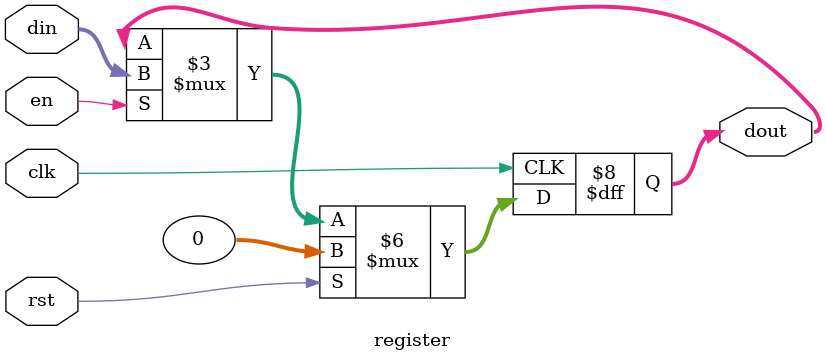
<source format=v>
/**
 * @module register
 * @author sabertazimi
 * @email sabertazimi@gmail.com
 * @brief simple register
 * @param DATA_WIDTH data width
 * @input clk clock signal
 * @input rst reset signal
 * @input en enable signal
 * @input din data in
 * @ouput dout data out
 */
module register
#(parameter DATA_WIDTH = 32)
(
    input clk,
    input rst,
    input en,
    input [DATA_WIDTH-1:0] din,
    output reg [DATA_WIDTH-1:0] dout
);

    always @ (posedge clk) begin
        if (rst) begin
            dout <= 0;      // reset
        end else if (en) begin
            dout <= din;    // update
        end else begin
            dout <= dout;   // hold
        end
    end

endmodule // register

</source>
